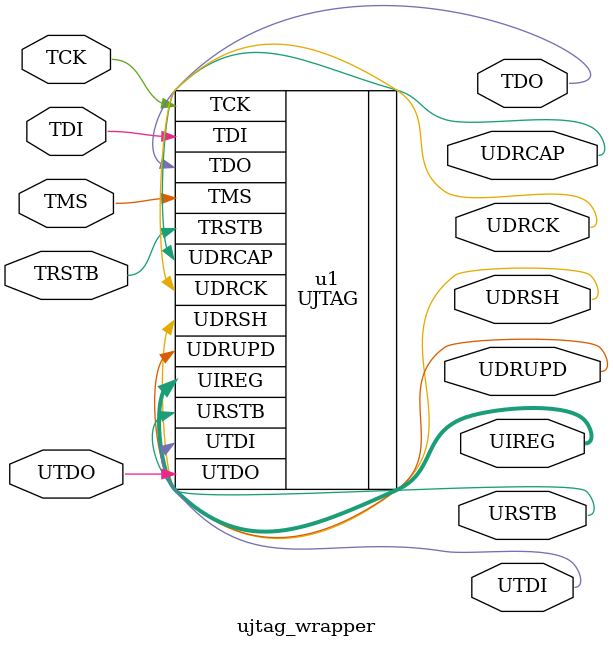
<source format=sv>

module ujtag_wrapper (

		// JTAG
		input   TRSTB,
		input   TMS,
		input   TDI,
		input   TCK,
		output  TDO,

		// User JTAG
		output  [7:0] UIREG,
		output  URSTB,
		output  UDRCAP,
		output  UDRSH,
		output  UDRUPD,
		output  UDRCK,
		output  UTDI,
		input   UTDO

	);

	UJTAG u1 (
		// JTAG
		.TRSTB  (TRSTB   ),
		.TCK    (TCK     ),
		.TMS    (TMS     ),
		.TDI    (TDI     ),
		.TDO    (TDO     ),

		// User JTAG
		.UIREG  (UIREG   ),
		.URSTB  (URSTB   ),
		.UDRCAP (UDRCAP  ),
		.UDRSH  (UDRSH   ),
		.UDRUPD (UDRUPD  ),
		.UDRCK  (UDRCK   ),
		.UTDI   (UTDI    ),
		.UTDO   (UTDO    )
	);

endmodule

</source>
